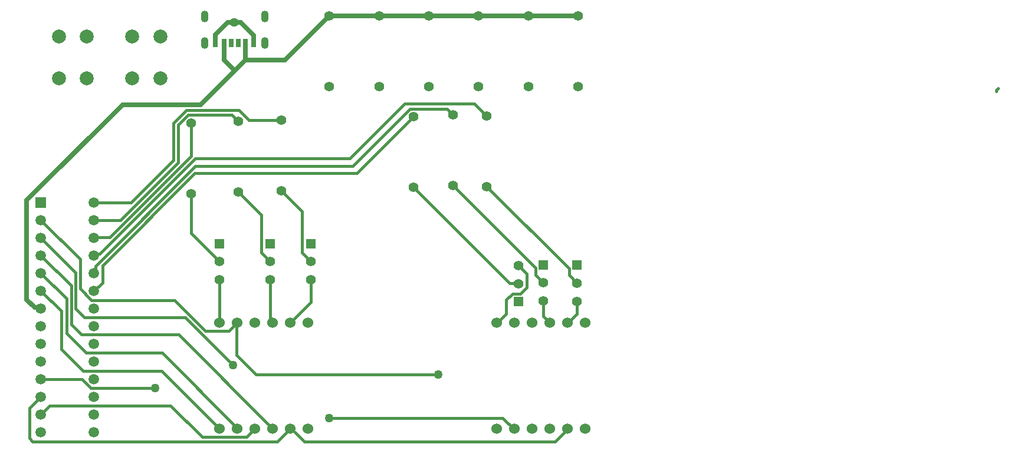
<source format=gtl>
G04*
G04 #@! TF.GenerationSoftware,Altium Limited,Altium Designer,24.10.1 (45)*
G04*
G04 Layer_Physical_Order=1*
G04 Layer_Color=255*
%FSLAX44Y44*%
%MOMM*%
G71*
G04*
G04 #@! TF.SameCoordinates,C5BE6EB9-D647-4441-8654-D56C766D6CB2*
G04*
G04*
G04 #@! TF.FilePolarity,Positive*
G04*
G01*
G75*
%ADD14R,0.7000X1.2000*%
%ADD15R,0.7600X1.2000*%
%ADD16R,0.8000X1.2000*%
G04:AMPARAMS|DCode=19|XSize=1.1mm|YSize=1.7mm|CornerRadius=0.55mm|HoleSize=0mm|Usage=FLASHONLY|Rotation=180.000|XOffset=0mm|YOffset=0mm|HoleType=Round|Shape=RoundedRectangle|*
%AMROUNDEDRECTD19*
21,1,1.1000,0.6000,0,0,180.0*
21,1,0.0000,1.7000,0,0,180.0*
1,1,1.1000,0.0000,0.3000*
1,1,1.1000,0.0000,0.3000*
1,1,1.1000,0.0000,-0.3000*
1,1,1.1000,0.0000,-0.3000*
%
%ADD19ROUNDEDRECTD19*%
%ADD25C,0.7000*%
%ADD26C,0.4000*%
%ADD27C,1.5240*%
%ADD28C,2.0000*%
%ADD29C,1.5000*%
%ADD30R,1.5000X1.5000*%
%ADD31C,1.4000*%
%ADD32R,1.4000X1.4000*%
%ADD33C,1.2700*%
D14*
X725250Y836546D02*
D03*
X735250D02*
D03*
D15*
X715050D02*
D03*
X745450D02*
D03*
D16*
X702750D02*
D03*
X757750D02*
D03*
D19*
X687050Y874546D02*
D03*
X773450D02*
D03*
X687050Y836546D02*
D03*
X773450D02*
D03*
D25*
X739140Y866140D02*
X757750Y847530D01*
Y836546D02*
Y847530D01*
X720338Y866140D02*
X739140D01*
X702750Y836546D02*
Y848552D01*
X720338Y866140D01*
X681440Y747480D02*
X731907Y797947D01*
X715050Y811490D02*
X728593Y797947D01*
X731907D01*
X745450Y811490D01*
X715050D02*
Y836546D01*
X431800Y610282D02*
X568998Y747480D01*
X431800Y467557D02*
Y610282D01*
Y467557D02*
X443166Y456191D01*
X450589D01*
X452120Y454660D01*
X568998Y747480D02*
X681440D01*
X1151636Y875030D02*
X1223010D01*
X1080262D02*
X1151636D01*
X1008888D02*
X1080262D01*
X937514D02*
X1008888D01*
X866140D02*
X937514D01*
X802600Y811490D02*
X866140Y875030D01*
X745450Y811490D02*
X802600D01*
X745450D02*
Y836546D01*
D26*
X523993Y340360D02*
X615950D01*
X511293Y353060D02*
X523993Y340360D01*
X649580Y417220D02*
X784860Y281940D01*
X509880Y417220D02*
X649580D01*
X452120Y353060D02*
X511293D01*
X435610Y311150D02*
X452120Y327660D01*
X435610Y267773D02*
X440143Y263240D01*
X435610Y267773D02*
Y311150D01*
X452120Y302260D02*
X464820Y314960D01*
X638244D02*
X683424Y269780D01*
X464820Y314960D02*
X638244D01*
X732790Y433070D02*
X734060Y434340D01*
X721900Y422180D02*
X732790Y433070D01*
X452120Y581660D02*
X452120D01*
X508399Y482954D02*
X524653Y466700D01*
X643639D02*
X688159Y422180D01*
X452120Y581660D02*
X508399Y525381D01*
X688159Y422180D02*
X721900D01*
X508399Y482954D02*
Y525381D01*
X524653Y466700D02*
X643639D01*
X540360Y516624D02*
X672706Y648970D01*
X528320Y480060D02*
X540360Y492100D01*
X673617Y659130D02*
X899350D01*
X982010Y741790D02*
X1034940D01*
X899350Y659130D02*
X982010Y741790D01*
X530056Y515569D02*
X673617Y659130D01*
X540360Y492100D02*
Y516624D01*
X530056Y507196D02*
Y515569D01*
X659130Y441960D02*
X727710Y373380D01*
X528320Y505460D02*
X530056Y507196D01*
X514350Y441960D02*
X659130D01*
X501859Y454451D02*
Y506521D01*
X452120Y556260D02*
X501859Y506521D01*
X708660Y434340D02*
Y495970D01*
X501859Y454451D02*
X514350Y441960D01*
X495319Y431781D02*
X509880Y417220D01*
X495319Y431781D02*
Y487661D01*
X488779Y419271D02*
Y468801D01*
X625886Y391160D02*
X734060Y282986D01*
X488779Y419271D02*
X516890Y391160D01*
X625886D01*
X512470Y365100D02*
X625500D01*
X708660Y281940D01*
X481330Y396240D02*
X512470Y365100D01*
X481330Y396240D02*
Y450850D01*
X642430Y721339D02*
X660531Y739440D01*
X642430Y667830D02*
Y721339D01*
X528320Y607060D02*
X581660D01*
X660531Y739440D02*
X736110D01*
X581660Y607060D02*
X642430Y667830D01*
X663240Y732900D02*
X725945D01*
X648970Y664210D02*
Y718630D01*
X663240Y732900D01*
X528320Y581660D02*
X566420D01*
X725945Y732900D02*
X734945Y723900D01*
X735330D01*
X566420Y581660D02*
X648970Y664210D01*
X528320Y556260D02*
X529120Y557060D01*
X551069D01*
X668020Y674011D02*
Y721360D01*
X551069Y557060D02*
X668020Y674011D01*
X530425Y532965D02*
X536223D01*
X672706Y648970D02*
X905510D01*
X673818Y670560D02*
X895350D01*
X536223Y532965D02*
X673818Y670560D01*
X528320Y530860D02*
X530425Y532965D01*
X750380Y725170D02*
X797560D01*
X736110Y739440D02*
X750380Y725170D01*
X1034940Y741790D02*
X1043940Y732790D01*
X974090Y749300D02*
X1074420D01*
X895350Y670560D02*
X974090Y749300D01*
X905510Y648970D02*
X986790Y730250D01*
X1074420Y749300D02*
X1092200Y731520D01*
X1210310Y502320D02*
X1221740Y490890D01*
X1092200Y629920D02*
X1210200Y511920D01*
X1210310Y502320D02*
Y507900D01*
X1210200Y508009D02*
Y511920D01*
Y508009D02*
X1210310Y507900D01*
X1043940Y631190D02*
X1161940Y513190D01*
X1162050Y502920D02*
Y508499D01*
Y502920D02*
X1173480Y491490D01*
X1161940Y508610D02*
Y513190D01*
Y508610D02*
X1162050Y508499D01*
X452120Y480060D02*
X481330Y450850D01*
X732790Y387350D02*
Y433070D01*
Y387350D02*
X760730Y359410D01*
X1022350D01*
X1106170Y433070D02*
X1120140Y447040D01*
X986790Y628650D02*
X1124920Y490520D01*
X1137620D02*
X1137920Y490220D01*
Y516220D02*
X1149460Y504680D01*
Y484891D02*
Y504680D01*
X1124920Y490520D02*
X1137620D01*
X830580Y262890D02*
X1189990D01*
X1115060Y297180D02*
X1131570Y280670D01*
X784860Y434340D02*
Y437382D01*
X781050Y441191D02*
Y495970D01*
X866140Y297180D02*
X1115060D01*
X810260Y434340D02*
X839470Y463550D01*
X781050Y441191D02*
X784860Y437382D01*
X816610Y276860D02*
X830580Y262890D01*
X1207770Y433070D02*
X1221740Y447040D01*
X1129155Y475876D02*
X1140445D01*
X1149460Y484891D01*
X1221740Y447040D02*
Y464890D01*
X1120140Y466861D02*
X1129155Y475876D01*
X1120140Y447040D02*
Y466861D01*
X668020Y562610D02*
Y619760D01*
Y562610D02*
X708660Y521970D01*
X768350Y534670D02*
Y589280D01*
X797560Y623570D02*
X826770Y594360D01*
X1173480Y443442D02*
X1182370Y434552D01*
X1173480Y443442D02*
Y465490D01*
X768350Y534670D02*
X781050Y521970D01*
X735330Y622300D02*
X768350Y589280D01*
X826770Y534670D02*
Y594360D01*
Y534670D02*
X839470Y521970D01*
X734060Y281940D02*
Y282986D01*
X839470Y463550D02*
Y495970D01*
X1189990Y262890D02*
X1207770Y280670D01*
X1182370Y433070D02*
Y434552D01*
X1823720Y767080D02*
Y768350D01*
X1826260Y770890D01*
X440143Y263240D02*
X791560D01*
X810260Y281940D01*
X747300Y269780D02*
X759460Y281940D01*
X683424Y269780D02*
X747300D01*
X452120Y530860D02*
X495319Y487661D01*
X452120Y505460D02*
X488779Y468801D01*
D27*
X1233170Y434340D02*
D03*
X1207770D02*
D03*
X1182370D02*
D03*
X1156970D02*
D03*
X1131570D02*
D03*
X1106170D02*
D03*
X1233170Y281940D02*
D03*
X1207770D02*
D03*
X1182370D02*
D03*
X1156970D02*
D03*
X1131570D02*
D03*
X1106170D02*
D03*
X835660Y434340D02*
D03*
X810260D02*
D03*
X784860D02*
D03*
X759460D02*
D03*
X734060D02*
D03*
X708660D02*
D03*
X835660Y281940D02*
D03*
X810260D02*
D03*
X784860D02*
D03*
X759460D02*
D03*
X734060D02*
D03*
X708660D02*
D03*
D28*
X517840Y845340D02*
D03*
Y785340D02*
D03*
X477840D02*
D03*
Y845340D02*
D03*
X583250D02*
D03*
Y785340D02*
D03*
X623250D02*
D03*
Y845340D02*
D03*
D29*
X528320Y276860D02*
D03*
Y302260D02*
D03*
Y327660D02*
D03*
Y353060D02*
D03*
Y378460D02*
D03*
Y403860D02*
D03*
Y429260D02*
D03*
Y454660D02*
D03*
Y480060D02*
D03*
Y505460D02*
D03*
Y530860D02*
D03*
Y556260D02*
D03*
Y581660D02*
D03*
Y607060D02*
D03*
X452120Y276860D02*
D03*
Y302260D02*
D03*
Y327660D02*
D03*
Y353060D02*
D03*
Y378460D02*
D03*
Y403860D02*
D03*
Y429260D02*
D03*
Y454660D02*
D03*
Y480060D02*
D03*
Y505460D02*
D03*
Y530860D02*
D03*
Y556260D02*
D03*
Y581660D02*
D03*
D30*
Y607060D02*
D03*
D31*
X1223010Y875030D02*
D03*
Y773430D02*
D03*
X1221740Y464890D02*
D03*
Y490890D02*
D03*
X986790Y628650D02*
D03*
Y730250D02*
D03*
X1043940Y631190D02*
D03*
Y732790D02*
D03*
X1092200Y629920D02*
D03*
Y731520D02*
D03*
X668020Y619760D02*
D03*
Y721360D02*
D03*
X735330Y622300D02*
D03*
Y723900D02*
D03*
X797560Y623570D02*
D03*
Y725170D02*
D03*
X1008888Y773430D02*
D03*
Y875030D02*
D03*
X937514Y773430D02*
D03*
Y875030D02*
D03*
X866140Y773430D02*
D03*
Y875030D02*
D03*
X1151636Y773430D02*
D03*
Y875030D02*
D03*
X1080262Y773430D02*
D03*
Y875030D02*
D03*
X839470Y521970D02*
D03*
Y495970D02*
D03*
X781050Y521970D02*
D03*
Y495970D02*
D03*
X708660Y521970D02*
D03*
Y495970D02*
D03*
X1173480Y491490D02*
D03*
Y465490D02*
D03*
X1137920Y490220D02*
D03*
Y516220D02*
D03*
D32*
X1221740Y516890D02*
D03*
X839470Y547970D02*
D03*
X781050D02*
D03*
X708660D02*
D03*
X1173480Y517490D02*
D03*
X1137920Y464220D02*
D03*
D33*
X729739Y866140D02*
D03*
X615950Y340360D02*
D03*
X727710Y373380D02*
D03*
X1022350Y359410D02*
D03*
X866140Y297180D02*
D03*
M02*

</source>
